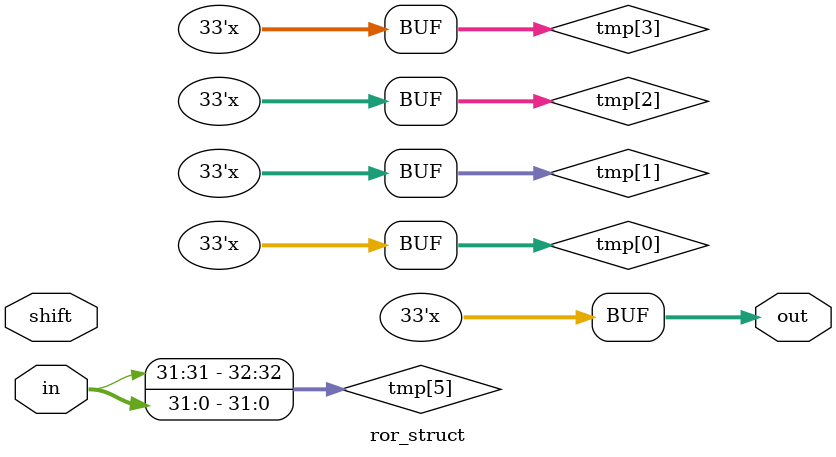
<source format=v>
module ror_struct
#( 
  parameter CTRL=5, 
  parameter WIDTH=2**CTRL
)
( 
  input   [WIDTH-1:0] in,
  input   [ CTRL-1:0] shift,
  output  [WIDTH:0] out 
);
  wire [WIDTH:0] tmp [CTRL:0];
  assign tmp[CTRL] = {in[31], in};
  assign out = tmp[0];
  genvar i;
  generate
    for (i = 0; i < CTRL; i = i + 1) begin: mux
      assign tmp[i] = shift[i] ? {tmp[i+1][(2**i)-1], tmp[i+1][(2**i)-1:0],tmp[i+1][WIDTH-1:(2**i)]} : tmp[i+1];
    end
  endgenerate
endmodule
</source>
